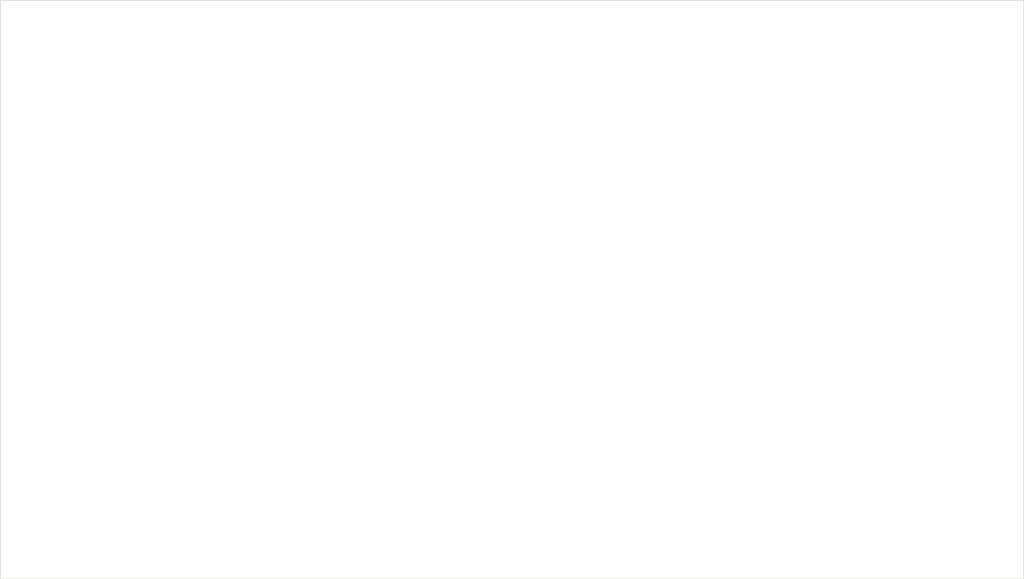
<source format=kicad_pcb>
(kicad_pcb (version 20211014) (generator pcbnew)

  (general
    (thickness 1.6)
  )

  (paper "A4")
  (layers
    (0 "F.Cu" signal)
    (31 "B.Cu" signal)
    (32 "B.Adhes" user "B.Adhesive")
    (33 "F.Adhes" user "F.Adhesive")
    (34 "B.Paste" user)
    (35 "F.Paste" user)
    (36 "B.SilkS" user "B.Silkscreen")
    (37 "F.SilkS" user "F.Silkscreen")
    (38 "B.Mask" user)
    (39 "F.Mask" user)
    (40 "Dwgs.User" user "User.Drawings")
    (41 "Cmts.User" user "User.Comments")
    (42 "Eco1.User" user "User.Eco1")
    (43 "Eco2.User" user "User.Eco2")
    (44 "Edge.Cuts" user)
    (45 "Margin" user)
    (46 "B.CrtYd" user "B.Courtyard")
    (47 "F.CrtYd" user "F.Courtyard")
    (48 "B.Fab" user)
    (49 "F.Fab" user)
    (50 "User.1" user)
    (51 "User.2" user)
    (52 "User.3" user)
    (53 "User.4" user)
    (54 "User.5" user)
    (55 "User.6" user)
    (56 "User.7" user)
    (57 "User.8" user)
    (58 "User.9" user)
  )

  (setup
    (pad_to_mask_clearance 0)
    (pcbplotparams
      (layerselection 0x00010fc_ffffffff)
      (disableapertmacros false)
      (usegerberextensions false)
      (usegerberattributes true)
      (usegerberadvancedattributes true)
      (creategerberjobfile true)
      (svguseinch false)
      (svgprecision 6)
      (excludeedgelayer true)
      (plotframeref false)
      (viasonmask false)
      (mode 1)
      (useauxorigin false)
      (hpglpennumber 1)
      (hpglpenspeed 20)
      (hpglpendiameter 15.000000)
      (dxfpolygonmode true)
      (dxfimperialunits true)
      (dxfusepcbnewfont true)
      (psnegative false)
      (psa4output false)
      (plotreference true)
      (plotvalue true)
      (plotinvisibletext false)
      (sketchpadsonfab false)
      (subtractmaskfromsilk false)
      (outputformat 1)
      (mirror false)
      (drillshape 1)
      (scaleselection 1)
      (outputdirectory "")
    )
  )

  (net 0 "")

  (gr_rect (start 61.2 58.4) (end 207.3 141) (layer "Edge.Cuts") (width 0.1) (fill none) (tstamp 88eae601-7702-43a4-8e1f-bca7b656d92c))

)

</source>
